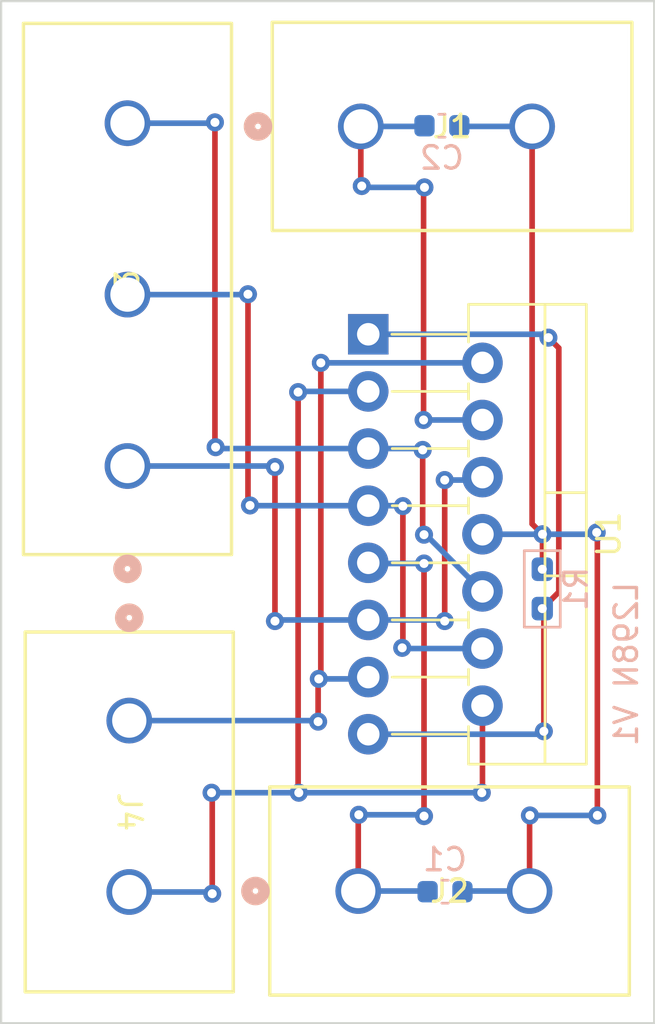
<source format=kicad_pcb>
(kicad_pcb (version 20221018) (generator pcbnew)
  (layers (0 "F.Cu" signal) (31 "B.Cu" signal) (34 "B.Paste" user) (35 "F.Paste" user) (36 "B.SilkS" user "B.Silkscreen") (37 "F.SilkS" user "F.Silkscreen") (38 "B.Mask" user) (39 "F.Mask" user) (44 "Edge.Cuts" user))
  (net 0 "")
  (net 1 "/l298/12V")
  (net 2 "GND")
  (net 3 "/l298/5V")
  (net 4 "/l298/Enable")
  (net 5 "/l298/IN2")
  (net 6 "/l298/IN1")
  (net 7 "/l298/OUT_A")
  (net 8 "/l298/OUT_B")
  (net 9 "/l298/SENSE")
  (footprint "Package_TO_SOT_THT:TO-220-15_P2.54x2.54mm_StaggerOdd_Lead4.58mm_Vertical" (layer "F.Cu") (at 123.72 93.99 -90)
    (fp_text reference "U1" (at 8.89 -10.7 90) (layer "F.SilkS"))
    (fp_text value "L298N")
    (fp_line (start -1.33 -9.7) (end -1.33 -4.459) (stroke (width 0.12)) (layer "F.SilkS"))
    (fp_line (start -1.33 -9.7) (end 19.11 -9.7) (stroke (width 0.12)) (layer "F.SilkS"))
    (fp_line (start -1.33 -7.86) (end 19.11 -7.86) (stroke (width 0.12)) (layer "F.SilkS"))
    (fp_line (start -1.33 -4.459) (end 0.346 -4.459) (stroke (width 0.12)) (layer "F.SilkS"))
    (fp_line (start 0 -4.459) (end 0 -1.05) (stroke (width 0.12)) (layer "F.SilkS"))
    (fp_line (start 2.195 -4.459) (end 2.886 -4.459) (stroke (width 0.12)) (layer "F.SilkS"))
    (fp_line (start 2.54 -4.459) (end 2.54 -1.065) (stroke (width 0.12)) (layer "F.SilkS"))
    (fp_line (start 4.735 -4.459) (end 5.426 -4.459) (stroke (width 0.12)) (layer "F.SilkS"))
    (fp_line (start 5.08 -4.459) (end 5.08 -1.065) (stroke (width 0.12)) (layer "F.SilkS"))
    (fp_line (start 7.041 -9.7) (end 7.041 -7.86) (stroke (width 0.12)) (layer "F.SilkS"))
    (fp_line (start 7.275 -4.459) (end 7.966 -4.459) (stroke (width 0.12)) (layer "F.SilkS"))
    (fp_line (start 7.62 -4.459) (end 7.62 -1.065) (stroke (width 0.12)) (layer "F.SilkS"))
    (fp_line (start 9.815 -4.459) (end 10.506 -4.459) (stroke (width 0.12)) (layer "F.SilkS"))
    (fp_line (start 10.16 -4.459) (end 10.16 -1.065) (stroke (width 0.12)) (layer "F.SilkS"))
    (fp_line (start 10.74 -9.7) (end 10.74 -7.86) (stroke (width 0.12)) (layer "F.SilkS"))
    (fp_line (start 12.355 -4.459) (end 13.046 -4.459) (stroke (width 0.12)) (layer "F.SilkS"))
    (fp_line (start 12.7 -4.459) (end 12.7 -1.065) (stroke (width 0.12)) (layer "F.SilkS"))
    (fp_line (start 14.895 -4.459) (end 15.586 -4.459) (stroke (width 0.12)) (layer "F.SilkS"))
    (fp_line (start 15.24 -4.459) (end 15.24 -1.065) (stroke (width 0.12)) (layer "F.SilkS"))
    (fp_line (start 17.435 -4.459) (end 19.11 -4.459) (stroke (width 0.12)) (layer "F.SilkS"))
    (fp_line (start 17.78 -4.459) (end 17.78 -1.065) (stroke (width 0.12)) (layer "F.SilkS"))
    (fp_line (start 19.11 -9.7) (end 19.11 -4.459) (stroke (width 0.12)) (layer "F.SilkS"))
    (pad "1" thru_hole rect (at 0 0 270) (size 1.8 1.8) (drill 1) (layers "*.Cu" "*.Mask") (net 9 "/l298/SENSE"))
    (pad "2" thru_hole oval (at 1.27 -5.08 270) (size 1.8 1.8) (drill 1) (layers "*.Cu" "*.Mask") (net 7 "/l298/OUT_A"))
    (pad "3" thru_hole oval (at 2.54 0 270) (size 1.8 1.8) (drill 1) (layers "*.Cu" "*.Mask") (net 8 "/l298/OUT_B"))
    (pad "4" thru_hole oval (at 3.81 -5.08 270) (size 1.8 1.8) (drill 1) (layers "*.Cu" "*.Mask") (net 1 "/l298/12V"))
    (pad "5" thru_hole oval (at 5.08 0 270) (size 1.8 1.8) (drill 1) (layers "*.Cu" "*.Mask") (net 6 "/l298/IN1"))
    (pad "6" thru_hole oval (at 6.35 -5.08 270) (size 1.8 1.8) (drill 1) (layers "*.Cu" "*.Mask") (net 4 "/l298/Enable"))
    (pad "7" thru_hole oval (at 7.62 0 270) (size 1.8 1.8) (drill 1) (layers "*.Cu" "*.Mask") (net 5 "/l298/IN2"))
    (pad "8" thru_hole oval (at 8.89 -5.08 270) (size 1.8 1.8) (drill 1) (layers "*.Cu" "*.Mask") (net 2 "GND"))
    (pad "9" thru_hole oval (at 10.16 0 270) (size 1.8 1.8) (drill 1) (layers "*.Cu" "*.Mask") (net 3 "/l298/5V"))
    (pad "10" thru_hole oval (at 11.43 -5.08 270) (size 1.8 1.8) (drill 1) (layers "*.Cu" "*.Mask") (net 6 "/l298/IN1"))
    (pad "11" thru_hole oval (at 12.7 0 270) (size 1.8 1.8) (drill 1) (layers "*.Cu" "*.Mask") (net 4 "/l298/Enable"))
    (pad "12" thru_hole oval (at 13.97 -5.08 270) (size 1.8 1.8) (drill 1) (layers "*.Cu" "*.Mask") (net 5 "/l298/IN2"))
    (pad "13" thru_hole oval (at 15.24 0 270) (size 1.8 1.8) (drill 1) (layers "*.Cu" "*.Mask") (net 7 "/l298/OUT_A"))
    (pad "14" thru_hole oval (at 16.51 -5.08 270) (size 1.8 1.8) (drill 1) (layers "*.Cu" "*.Mask") (net 8 "/l298/OUT_B"))
    (pad "15" thru_hole oval (at 17.78 0 270) (size 1.8 1.8) (drill 1) (layers "*.Cu" "*.Mask") (net 9 "/l298/SENSE"))
  )
  (footprint "282845_2:CONN2_282845-2_TEC" (layer "F.Cu") (at 123.388401 84.750001)
    (fp_text reference "J1" (at 4.06 0 unlocked) (layer "F.SilkS"))
    (fp_text value "282845-2")
    (fp_circle (center -4.572002 0) (end -4.191002 0) (stroke (width 0.508)) (fill none) (layer "B.SilkS"))
    (fp_line (start -3.937002 -4.627001) (end -3.937002 4.626999) (stroke (width 0.1524)) (layer "F.SilkS"))
    (fp_line (start -3.937002 4.626999) (end 12.057001 4.626999) (stroke (width 0.1524)) (layer "F.SilkS"))
    (fp_line (start 12.057001 -4.627001) (end -3.937002 -4.627001) (stroke (width 0.1524)) (layer "F.SilkS"))
    (fp_line (start 12.057001 4.626999) (end 12.057001 -4.627001) (stroke (width 0.1524)) (layer "F.SilkS"))
    (fp_circle (center -4.572002 0) (end -4.191002 0) (stroke (width 0.508)) (fill none) (layer "F.SilkS"))
    (pad "1" thru_hole circle (at 0 0) (size 2.032 2.032) (drill 1.524) (layers "*.Cu" "*.Mask") (net 1 "/l298/12V"))
    (pad "2" thru_hole circle (at 7.62 0) (size 2.032 2.032) (drill 1.524) (layers "*.Cu" "*.Mask") (net 2 "GND"))
  )
  (footprint "282845_2:CONN2_282845-2_TEC" (layer "F.Cu") (at 123.275 118.74)
    (fp_text reference "J2" (at 4.06 0 unlocked) (layer "F.SilkS"))
    (fp_text value "282845-2")
    (fp_circle (center -4.572002 0) (end -4.191002 0) (stroke (width 0.508)) (fill none) (layer "B.SilkS"))
    (fp_line (start -3.937002 -4.627001) (end -3.937002 4.626999) (stroke (width 0.1524)) (layer "F.SilkS"))
    (fp_line (start -3.937002 4.626999) (end 12.057001 4.626999) (stroke (width 0.1524)) (layer "F.SilkS"))
    (fp_line (start 12.057001 -4.627001) (end -3.937002 -4.627001) (stroke (width 0.1524)) (layer "F.SilkS"))
    (fp_line (start 12.057001 4.626999) (end 12.057001 -4.627001) (stroke (width 0.1524)) (layer "F.SilkS"))
    (fp_circle (center -4.572002 0) (end -4.191002 0) (stroke (width 0.508)) (fill none) (layer "F.SilkS"))
    (pad "1" thru_hole circle (at 0 0) (size 2.032 2.032) (drill 1.524) (layers "*.Cu" "*.Mask") (net 3 "/l298/5V"))
    (pad "2" thru_hole circle (at 7.62 0) (size 2.032 2.032) (drill 1.524) (layers "*.Cu" "*.Mask") (net 2 "GND"))
  )
  (footprint "282845_2:CONN2_282845-2_TEC" (layer "F.Cu") (at 113.089999 111.163401 -90)
    (fp_text reference "J4" (at 4.06 0 -90 unlocked) (layer "F.SilkS"))
    (fp_text value "282845-2")
    (fp_circle (center -4.572002 0) (end -4.191002 0) (stroke (width 0.508)) (fill none) (layer "B.SilkS"))
    (fp_line (start -3.937002 -4.627001) (end -3.937002 4.626999) (stroke (width 0.1524)) (layer "F.SilkS"))
    (fp_line (start -3.937002 4.626999) (end 12.057001 4.626999) (stroke (width 0.1524)) (layer "F.SilkS"))
    (fp_line (start 12.057001 -4.627001) (end -3.937002 -4.627001) (stroke (width 0.1524)) (layer "F.SilkS"))
    (fp_line (start 12.057001 4.626999) (end 12.057001 -4.627001) (stroke (width 0.1524)) (layer "F.SilkS"))
    (fp_circle (center -4.572002 0) (end -4.191002 0) (stroke (width 0.508)) (fill none) (layer "F.SilkS"))
    (pad "1" thru_hole circle (at 0 0 270) (size 2.032 2.032) (drill 1.524) (layers "*.Cu" "*.Mask") (net 7 "/l298/OUT_A"))
    (pad "2" thru_hole circle (at 7.62 0 270) (size 2.032 2.032) (drill 1.524) (layers "*.Cu" "*.Mask") (net 8 "/l298/OUT_B"))
  )
  (footprint "282845_3:CONN3_282845-3_TEC" (layer "F.Cu") (at 113.010001 99.8466 90)
    (fp_text reference "J3" (at 7.869999 0 90 unlocked) (layer "F.SilkS"))
    (fp_text value "282845-3")
    (fp_circle (center -4.572002 0) (end -4.191002 0) (stroke (width 0.508)) (fill none) (layer "B.SilkS"))
    (fp_line (start -3.937002 -4.627001) (end -3.937002 4.626999) (stroke (width 0.1524)) (layer "F.SilkS"))
    (fp_line (start -3.937002 4.626999) (end 19.677001 4.626999) (stroke (width 0.1524)) (layer "F.SilkS"))
    (fp_line (start 19.677001 -4.627001) (end -3.937002 -4.627001) (stroke (width 0.1524)) (layer "F.SilkS"))
    (fp_line (start 19.677001 4.626999) (end 19.677001 -4.627001) (stroke (width 0.1524)) (layer "F.SilkS"))
    (fp_circle (center -4.572002 0) (end -4.191002 0) (stroke (width 0.508)) (fill none) (layer "F.SilkS"))
    (pad "1" thru_hole circle (at 0 0 90) (size 2.032 2.032) (drill 1.524) (layers "*.Cu" "*.Mask") (net 4 "/l298/Enable"))
    (pad "2" thru_hole circle (at 7.62 0 90) (size 2.032 2.032) (drill 1.524) (layers "*.Cu" "*.Mask") (net 5 "/l298/IN2"))
    (pad "3" thru_hole circle (at 15.24 0 90) (size 2.032 2.032) (drill 1.524) (layers "*.Cu" "*.Mask") (net 6 "/l298/IN1"))
  )
  (footprint "Capacitor_SMD:C_0603_1608Metric" (layer "B.Cu") (at 126.995 84.72)
    (fp_text reference "C2" (at 0 1.43) (layer "B.SilkS") (effects (justify mirror)))
    (fp_text value "100nF")
    (fp_line (start -0.14058 -0.51) (end 0.14058 -0.51) (stroke (width 0.12)) (layer "B.SilkS"))
    (fp_line (start -0.14058 0.51) (end 0.14058 0.51) (stroke (width 0.12)) (layer "B.SilkS"))
    (pad "1" smd roundrect (at -0.775 0) (size 0.9 0.95) (layers "B.Cu" "B.Paste" "B.Mask") (net 1 "/l298/12V"))
    (pad "2" smd roundrect (at 0.775 0) (size 0.9 0.95) (layers "B.Cu" "B.Paste" "B.Mask") (net 2 "GND"))
  )
  (footprint "Capacitor_SMD:C_0603_1608Metric" (layer "B.Cu") (at 127.135 118.77 180)
    (fp_text reference "C1" (at 0 1.43) (layer "B.SilkS") (effects (justify mirror)))
    (fp_text value "100nF")
    (fp_line (start -0.14058 -0.51) (end 0.14058 -0.51) (stroke (width 0.12)) (layer "B.SilkS"))
    (fp_line (start -0.14058 0.51) (end 0.14058 0.51) (stroke (width 0.12)) (layer "B.SilkS"))
    (pad "1" smd roundrect (at -0.775 0 180) (size 0.9 0.95) (layers "B.Cu" "B.Paste" "B.Mask") (net 2 "GND"))
    (pad "2" smd roundrect (at 0.775 0 180) (size 0.9 0.95) (layers "B.Cu" "B.Paste" "B.Mask") (net 3 "/l298/5V"))
  )
  (footprint "PCM_Resistor_SMD_AKL:R_0603_1608Metric_Pad1.05x0.95mm" (layer "B.Cu") (at 131.46 105.31 90)
    (fp_text reference "R1" (at 0 1.5 90) (layer "B.SilkS") (effects (justify mirror)))
    (fp_text value "0.25" hide)
    (fp_line (start -1.7 -0.8) (end 1.7 -0.8) (stroke (width 0.12)) (layer "B.SilkS"))
    (fp_line (start -1.7 0.8) (end -1.7 -0.8) (stroke (width 0.12)) (layer "B.SilkS"))
    (fp_line (start 1.7 -0.8) (end 1.7 0.8) (stroke (width 0.12)) (layer "B.SilkS"))
    (fp_line (start 1.7 0.8) (end -1.7 0.8) (stroke (width 0.12)) (layer "B.SilkS"))
    (pad "1" smd roundrect (at -0.875 0 90) (size 1.05 0.95) (layers "B.Cu" "B.Paste" "B.Mask") (net 9 "/l298/SENSE"))
    (pad "2" smd roundrect (at 0.875 0 90) (size 1.05 0.95) (layers "B.Cu" "B.Paste" "B.Mask") (net 2 "GND"))
  )
  (gr_rect (start 107.39 79.18) (end 136.44 124.62) (stroke (width 0.1)) (fill none) (layer "Edge.Cuts"))
  (gr_text "L298N V1" (at 135.78 104.91 90) (layer "B.SilkS") (effects (font (size 1 1)) (justify left bottom mirror)))
  (segment (start 126.18 87.5) (end 126.22 87.46) (width 0.25) (layer "F.Cu") (net 1))
  (segment (start 123.388401 87.358401) (end 123.388401 84.750001) (width 0.25) (layer "F.Cu") (net 1))
  (segment (start 126.18 97.8) (end 126.18 87.5) (width 0.25) (layer "F.Cu") (net 1))
  (segment (start 123.43 87.4) (end 123.388401 87.358401) (width 0.25) (layer "F.Cu") (net 1))
  (via (at 126.18 97.8) (size 0.8) (drill 0.4) (layers "F.Cu" "B.Cu") (net 1))
  (via (at 126.22 87.46) (size 0.8) (drill 0.4) (layers "F.Cu" "B.Cu") (net 1))
  (via (at 123.43 87.4) (size 0.8) (drill 0.4) (layers "F.Cu" "B.Cu") (net 1))
  (segment (start 126.22 87.46) (end 123.49 87.46) (width 0.25) (layer "B.Cu") (net 1))
  (segment (start 123.49 87.46) (end 123.43 87.4) (width 0.25) (layer "B.Cu") (net 1))
  (segment (start 128.8 97.8) (end 126.18 97.8) (width 0.25) (layer "B.Cu") (net 1))
  (segment (start 126.189999 84.750001) (end 126.22 84.72) (width 0.25) (layer "B.Cu") (net 1))
  (segment (start 123.388401 84.750001) (end 126.189999 84.750001) (width 0.25) (layer "B.Cu") (net 1))
  (segment (start 131.47 102.88) (end 131.47 104.425) (width 0.25) (layer "F.Cu") (net 2))
  (segment (start 130.895 118.74) (end 130.895 115.395) (width 0.25) (layer "F.Cu") (net 2))
  (segment (start 131.008401 84.750001) (end 131.008401 102.418401) (width 0.25) (layer "F.Cu") (net 2))
  (segment (start 130.895 115.395) (end 130.91 115.38) (width 0.25) (layer "F.Cu") (net 2))
  (segment (start 133.91 102.83) (end 133.88 102.8) (width 0.25) (layer "F.Cu") (net 2))
  (segment (start 133.91 115.38) (end 133.91 102.83) (width 0.25) (layer "F.Cu") (net 2))
  (segment (start 131.47 104.425) (end 131.46 104.435) (width 0.25) (layer "F.Cu") (net 2))
  (segment (start 131.008401 102.418401) (end 131.47 102.88) (width 0.25) (layer "F.Cu") (net 2))
  (via (at 130.91 115.38) (size 0.8) (drill 0.4) (layers "F.Cu" "B.Cu") (net 2))
  (via (at 131.47 102.88) (size 0.8) (drill 0.4) (layers "F.Cu" "B.Cu") (net 2))
  (via (at 133.88 102.8) (size 0.8) (drill 0.4) (layers "F.Cu" "B.Cu") (net 2))
  (via (at 131.46 104.435) (size 0.8) (drill 0.4) (layers "F.Cu" "B.Cu") (net 2))
  (via (at 133.91 115.38) (size 0.8) (drill 0.4) (layers "F.Cu" "B.Cu") (net 2))
  (segment (start 131.47 102.88) (end 128.8 102.88) (width 0.25) (layer "B.Cu") (net 2))
  (segment (start 133.88 102.8) (end 133.8 102.88) (width 0.25) (layer "B.Cu") (net 2))
  (segment (start 130.895 118.74) (end 127.94 118.74) (width 0.25) (layer "B.Cu") (net 2))
  (segment (start 133.8 102.88) (end 131.47 102.88) (width 0.25) (layer "B.Cu") (net 2))
  (segment (start 127.94 118.74) (end 127.91 118.77) (width 0.25) (layer "B.Cu") (net 2))
  (segment (start 130.91 115.38) (end 133.91 115.38) (width 0.25) (layer "B.Cu") (net 2))
  (segment (start 127.800001 84.750001) (end 131.008401 84.750001) (width 0.25) (layer "B.Cu") (net 2))
  (segment (start 127.77 84.72) (end 127.800001 84.750001) (width 0.25) (layer "B.Cu") (net 2))
  (segment (start 123.275 118.74) (end 123.275 115.375) (width 0.25) (layer "F.Cu") (net 3))
  (segment (start 123.275 115.375) (end 123.3 115.35) (width 0.25) (layer "F.Cu") (net 3))
  (segment (start 126.2 115.41) (end 126.2 104.18) (width 0.25) (layer "F.Cu") (net 3))
  (via (at 126.2 104.18) (size 0.8) (drill 0.4) (layers "F.Cu" "B.Cu") (net 3))
  (via (at 123.3 115.35) (size 0.8) (drill 0.4) (layers "F.Cu" "B.Cu") (net 3))
  (via (at 126.2 115.41) (size 0.8) (drill 0.4) (layers "F.Cu" "B.Cu") (net 3))
  (segment (start 123.75 104.18) (end 123.72 104.15) (width 0.25) (layer "B.Cu") (net 3))
  (segment (start 126.14 115.35) (end 126.2 115.41) (width 0.25) (layer "B.Cu") (net 3))
  (segment (start 123.275 118.74) (end 126.33 118.74) (width 0.25) (layer "B.Cu") (net 3))
  (segment (start 126.33 118.74) (end 126.36 118.77) (width 0.25) (layer "B.Cu") (net 3))
  (segment (start 123.3 115.35) (end 126.14 115.35) (width 0.25) (layer "B.Cu") (net 3))
  (segment (start 126.2 104.18) (end 123.75 104.18) (width 0.25) (layer "B.Cu") (net 3))
  (segment (start 119.57 99.89) (end 119.57 106.74) (width 0.25) (layer "F.Cu") (net 4))
  (segment (start 127.12 106.74) (end 127.12 100.47) (width 0.25) (layer "F.Cu") (net 4))
  (via (at 127.12 100.47) (size 0.8) (drill 0.4) (layers "F.Cu" "B.Cu") (net 4))
  (via (at 127.12 106.74) (size 0.8) (drill 0.4) (layers "F.Cu" "B.Cu") (net 4))
  (via (at 119.57 106.74) (size 0.8) (drill 0.4) (layers "F.Cu" "B.Cu") (net 4))
  (via (at 119.57 99.89) (size 0.8) (drill 0.4) (layers "F.Cu" "B.Cu") (net 4))
  (segment (start 119.5266 99.8466) (end 119.57 99.89) (width 0.25) (layer "B.Cu") (net 4))
  (segment (start 119.62 106.69) (end 123.72 106.69) (width 0.25) (layer "B.Cu") (net 4))
  (segment (start 123.72 106.69) (end 127.07 106.69) (width 0.25) (layer "B.Cu") (net 4))
  (segment (start 113.010001 99.8466) (end 119.5266 99.8466) (width 0.25) (layer "B.Cu") (net 4))
  (segment (start 127.12 100.47) (end 128.67 100.47) (width 0.25) (layer "B.Cu") (net 4))
  (segment (start 119.57 106.74) (end 119.62 106.69) (width 0.25) (layer "B.Cu") (net 4))
  (segment (start 128.67 100.47) (end 128.8 100.34) (width 0.25) (layer "B.Cu") (net 4))
  (segment (start 127.07 106.69) (end 127.12 106.74) (width 0.25) (layer "B.Cu") (net 4))
  (segment (start 118.37 92.21) (end 118.37 101.51) (width 0.25) (layer "F.Cu") (net 5))
  (segment (start 118.37 101.51) (end 118.46 101.6) (width 0.25) (layer "F.Cu") (net 5))
  (segment (start 125.26 101.63) (end 125.26 107.9) (width 0.25) (layer "F.Cu") (net 5))
  (segment (start 125.26 107.9) (end 125.23 107.93) (width 0.25) (layer "F.Cu") (net 5))
  (via (at 125.26 101.63) (size 0.8) (drill 0.4) (layers "F.Cu" "B.Cu") (net 5))
  (via (at 118.37 92.21) (size 0.8) (drill 0.4) (layers "F.Cu" "B.Cu") (net 5))
  (via (at 125.23 107.93) (size 0.8) (drill 0.4) (layers "F.Cu" "B.Cu") (net 5))
  (via (at 118.46 101.6) (size 0.8) (drill 0.4) (layers "F.Cu" "B.Cu") (net 5))
  (segment (start 113.010001 92.2266) (end 118.3534 92.2266) (width 0.25) (layer "B.Cu") (net 5))
  (segment (start 125.23 107.93) (end 125.26 107.96) (width 0.25) (layer "B.Cu") (net 5))
  (segment (start 125.24 101.61) (end 125.26 101.63) (width 0.25) (layer "B.Cu") (net 5))
  (segment (start 123.72 101.61) (end 125.24 101.61) (width 0.25) (layer "B.Cu") (net 5))
  (segment (start 118.3534 92.2266) (end 118.37 92.21) (width 0.25) (layer "B.Cu") (net 5))
  (segment (start 118.46 101.6) (end 118.47 101.61) (width 0.25) (layer "B.Cu") (net 5))
  (segment (start 118.47 101.61) (end 123.72 101.61) (width 0.25) (layer "B.Cu") (net 5))
  (segment (start 125.26 107.96) (end 128.8 107.96) (width 0.25) (layer "B.Cu") (net 5))
  (segment (start 126.14 102.84) (end 126.2 102.9) (width 0.25) (layer "F.Cu") (net 6))
  (segment (start 116.9 98.98) (end 116.93 99.01) (width 0.25) (layer "F.Cu") (net 6))
  (segment (start 126.14 99.13) (end 126.14 102.84) (width 0.25) (layer "F.Cu") (net 6))
  (segment (start 116.9 84.57) (end 116.9 98.98) (width 0.25) (layer "F.Cu") (net 6))
  (via (at 116.93 99.01) (size 0.8) (drill 0.4) (layers "F.Cu" "B.Cu") (net 6))
  (via (at 126.2 102.9) (size 0.8) (drill 0.4) (layers "F.Cu" "B.Cu") (net 6))
  (via (at 126.14 99.13) (size 0.8) (drill 0.4) (layers "F.Cu" "B.Cu") (net 6))
  (via (at 116.9 84.57) (size 0.8) (drill 0.4) (layers "F.Cu" "B.Cu") (net 6))
  (segment (start 116.99 99.07) (end 123.72 99.07) (width 0.25) (layer "B.Cu") (net 6))
  (segment (start 116.8634 84.6066) (end 116.9 84.57) (width 0.25) (layer "B.Cu") (net 6))
  (segment (start 116.93 99.01) (end 116.99 99.07) (width 0.25) (layer "B.Cu") (net 6))
  (segment (start 126.08 99.07) (end 126.14 99.13) (width 0.25) (layer "B.Cu") (net 6))
  (segment (start 113.010001 84.6066) (end 116.8634 84.6066) (width 0.25) (layer "B.Cu") (net 6))
  (segment (start 126.2 102.9) (end 126.28 102.9) (width 0.25) (layer "B.Cu") (net 6))
  (segment (start 126.28 102.9) (end 128.8 105.42) (width 0.25) (layer "B.Cu") (net 6))
  (segment (start 123.72 99.07) (end 126.08 99.07) (width 0.25) (layer "B.Cu") (net 6))
  (segment (start 121.61 95.26) (end 121.61 109.22) (width 0.25) (layer "F.Cu") (net 7))
  (segment (start 121.61 109.22) (end 121.52 109.31) (width 0.25) (layer "F.Cu") (net 7))
  (segment (start 121.49 109.34) (end 121.52 109.31) (width 0.25) (layer "F.Cu") (net 7))
  (segment (start 121.49 111.21) (end 121.49 109.34) (width 0.25) (layer "F.Cu") (net 7))
  (via (at 121.61 95.26) (size 0.8) (drill 0.4) (layers "F.Cu" "B.Cu") (net 7))
  (via (at 121.52 109.31) (size 0.8) (drill 0.4) (layers "F.Cu" "B.Cu") (net 7))
  (via (at 121.49 111.21) (size 0.8) (drill 0.4) (layers "F.Cu" "B.Cu") (net 7))
  (segment (start 123.64 109.31) (end 123.72 109.23) (width 0.25) (layer "B.Cu") (net 7))
  (segment (start 113.089999 111.163401) (end 121.443401 111.163401) (width 0.25) (layer "B.Cu") (net 7))
  (segment (start 121.443401 111.163401) (end 121.49 111.21) (width 0.25) (layer "B.Cu") (net 7))
  (segment (start 128.8 95.26) (end 121.61 95.26) (width 0.25) (layer "B.Cu") (net 7))
  (segment (start 121.52 109.31) (end 123.64 109.31) (width 0.25) (layer "B.Cu") (net 7))
  (segment (start 116.78 118.86) (end 116.78 114.4) (width 0.25) (layer "F.Cu") (net 8))
  (segment (start 128.8 114.34) (end 128.8 110.5) (width 0.25) (layer "F.Cu") (net 8))
  (segment (start 120.6 96.56) (end 120.6 114.34) (width 0.25) (layer "F.Cu") (net 8))
  (segment (start 116.78 114.4) (end 116.75 114.37) (width 0.25) (layer "F.Cu") (net 8))
  (segment (start 128.77 114.37) (end 128.8 114.34) (width 0.25) (layer "F.Cu") (net 8))
  (segment (start 120.6 114.34) (end 120.63 114.37) (width 0.25) (layer "F.Cu") (net 8))
  (via (at 116.75 114.37) (size 0.8) (drill 0.4) (layers "F.Cu" "B.Cu") (net 8))
  (via (at 120.63 114.37) (size 0.8) (drill 0.4) (layers "F.Cu" "B.Cu") (net 8))
  (via (at 128.77 114.37) (size 0.8) (drill 0.4) (layers "F.Cu" "B.Cu") (net 8))
  (via (at 116.78 118.86) (size 0.8) (drill 0.4) (layers "F.Cu" "B.Cu") (net 8))
  (via (at 120.6 96.56) (size 0.8) (drill 0.4) (layers "F.Cu" "B.Cu") (net 8))
  (segment (start 113.089999 118.783401) (end 116.703401 118.783401) (width 0.25) (layer "B.Cu") (net 8))
  (segment (start 120.63 114.37) (end 128.77 114.37) (width 0.25) (layer "B.Cu") (net 8))
  (segment (start 123.72 96.53) (end 120.63 96.53) (width 0.25) (layer "B.Cu") (net 8))
  (segment (start 116.75 114.37) (end 120.63 114.37) (width 0.25) (layer "B.Cu") (net 8))
  (segment (start 120.63 96.53) (end 120.6 96.56) (width 0.25) (layer "B.Cu") (net 8))
  (segment (start 116.703401 118.783401) (end 116.78 118.86) (width 0.25) (layer "B.Cu") (net 8))
  (segment (start 132.195 105.45) (end 131.46 106.185) (width 0.25) (layer "F.Cu") (net 9))
  (segment (start 131.53 106.255) (end 131.46 106.185) (width 0.25) (layer "F.Cu") (net 9))
  (segment (start 131.732901 94.14) (end 132.195 94.602099) (width 0.25) (layer "F.Cu") (net 9))
  (segment (start 131.53 111.64) (end 131.53 106.255) (width 0.25) (layer "F.Cu") (net 9))
  (segment (start 132.195 94.602099) (end 132.195 105.45) (width 0.25) (layer "F.Cu") (net 9))
  (via (at 131.53 111.64) (size 0.8) (drill 0.4) (layers "F.Cu" "B.Cu") (net 9))
  (via (at 131.732901 94.14) (size 0.8) (drill 0.4) (layers "F.Cu" "B.Cu") (net 9))
  (via (at 131.46 106.185) (size 0.8) (drill 0.4) (layers "F.Cu" "B.Cu") (net 9))
  (segment (start 131.582901 93.99) (end 131.732901 94.14) (width 0.25) (layer "B.Cu") (net 9))
  (segment (start 123.72 93.99) (end 131.582901 93.99) (width 0.25) (layer "B.Cu") (net 9))
  (segment (start 123.72 111.77) (end 131.4 111.77) (width 0.25) (layer "B.Cu") (net 9))
  (segment (start 131.4 111.77) (end 131.53 111.64) (width 0.25) (layer "B.Cu") (net 9))
)
</source>
